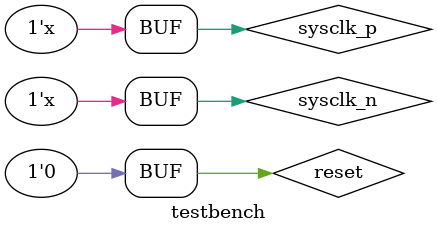
<source format=sv>
`timescale 1ns / 1ps

module testbench;
    reg sysclk_p;
    reg sysclk_n;
    reg reset;
    wire ps2c, ps2d;
    wire tx, rx;
    
    top system(
     .sysclk_p(sysclk_p),
     .sysclk_n(sysclk_n),
     .reset(reset),
     .clk_mouse(ps2c),
     .data_mouse(ps2d),
     .clk_module(ps2c),
     .data_module(ps2d),
     .rx(tx),
     .tx(rx)
    );

    always
    begin
        #2.5 sysclk_p = ~sysclk_p;
             sysclk_n = ~sysclk_n;
    end
    
    initial begin
        reset = 0;
        sysclk_p = 0;
        sysclk_n = 1;
        #100 reset = 1;
        #10 reset = 0;
    end
endmodule
</source>
